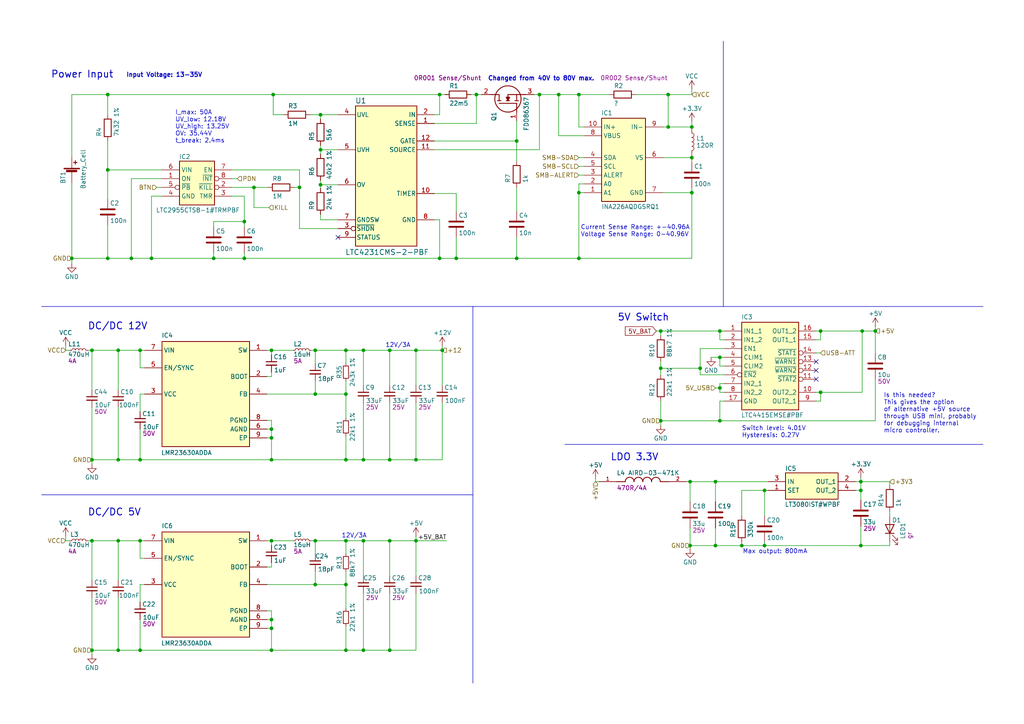
<source format=kicad_sch>
(kicad_sch (version 20230121) (generator eeschema)
  (paper "A4")
  (lib_symbols
    (symbol "+5V_1" (power) (pin_names (offset 0))
      (property "Value" "+5V_1" (at 0 3.556 0))
      (symbol "+5V_1_1_1"
        (pin power_in line (at 0 0 90) (length 0) hide (name "+5V") (number "1"))
      )
    )
    (symbol "AIRD-03-471K:AIRD-03-471K" (pin_names (offset 1.016))
      (property "Reference" "L" (at -10.16 7.62 0))
      (property "Value" "AIRD-03-471K" (at -10.16 5.08 0))
      (symbol "AIRD-03-471K_0_0"
        (pin passive line (at -12.7 0 0) (length 5.08) (name "~") (number "1"))
        (pin passive line (at 12.7 0 180) (length 5.08) (name "~") (number "2"))
      )
    )
    (symbol "Device:Battery_Cell" (pin_numbers hide) (pin_names (offset 0) hide)
      (property "Reference" "BT" (at 2.54 2.54 0))
      (property "Value" "Battery_Cell" (at 2.54 0 0))
      (symbol "Battery_Cell_1_1"
        (pin passive line (at 0 5.08 270) (length 2.54) (name "+") (number "1"))
        (pin passive line (at 0 -2.54 90) (length 2.54) (name "-") (number "2"))
      )
    )
    (symbol "Device:C" (pin_numbers hide) (pin_names (offset 0.254))
      (property "Reference" "C" (at 0.635 2.54 0))
      (property "Value" "C" (at 0.635 -2.54 0))
      (symbol "C_1_1"
        (pin passive line (at 0 3.81 270) (length 2.794) (name "~") (number "1"))
        (pin passive line (at 0 -3.81 90) (length 2.794) (name "~") (number "2"))
      )
    )
    (symbol "Device:C_Small" (pin_numbers hide) (pin_names (offset 0.254) hide)
      (property "Reference" "C" (at 0.254 1.778 0))
      (property "Value" "C_Small" (at 0.254 -2.032 0))
      (symbol "C_Small_1_1"
        (pin passive line (at 0 2.54 270) (length 2.032) (name "~") (number "1"))
        (pin passive line (at 0 -2.54 90) (length 2.032) (name "~") (number "2"))
      )
    )
    (symbol "Device:L" (pin_numbers hide) (pin_names (offset 1.016) hide)
      (property "Reference" "L" (at -1.27 0 90))
      (property "Value" "L" (at 1.905 0 90))
      (symbol "L_1_1"
        (pin passive line (at 0 3.81 270) (length 1.27) (name "1") (number "1"))
        (pin passive line (at 0 -3.81 90) (length 1.27) (name "2") (number "2"))
      )
    )
    (symbol "Device:LED" (pin_numbers hide) (pin_names (offset 1.016) hide)
      (property "Reference" "D" (at 0 2.54 0))
      (property "Value" "LED" (at 0 -2.54 0))
      (symbol "LED_1_1"
        (pin passive line (at -3.81 0 0) (length 2.54) (name "K") (number "1"))
        (pin passive line (at 3.81 0 180) (length 2.54) (name "A") (number "2"))
      )
    )
    (symbol "Device:L_Small" (pin_numbers hide) (pin_names (offset 0.254) hide)
      (property "Reference" "L" (at 0.762 1.016 0))
      (property "Value" "L_Small" (at 0.762 -1.016 0))
      (symbol "L_Small_1_1"
        (pin passive line (at 0 2.54 270) (length 0.508) (name "~") (number "1"))
        (pin passive line (at 0 -2.54 90) (length 0.508) (name "~") (number "2"))
      )
    )
    (symbol "Device:R" (pin_numbers hide) (pin_names (offset 0))
      (property "Reference" "R" (at 2.032 0 90))
      (property "Value" "R" (at 0 0 90))
      (symbol "R_1_1"
        (pin passive line (at 0 3.81 270) (length 1.27) (name "~") (number "1"))
        (pin passive line (at 0 -3.81 90) (length 1.27) (name "~") (number "2"))
      )
    )
    (symbol "Device:R_Small" (pin_numbers hide) (pin_names (offset 0.254) hide)
      (property "Reference" "R" (at 0.762 0.508 0))
      (property "Value" "R_Small" (at 0.762 -1.016 0))
      (symbol "R_Small_1_1"
        (pin passive line (at 0 2.54 270) (length 0.762) (name "~") (number "1"))
        (pin passive line (at 0 -2.54 90) (length 0.762) (name "~") (number "2"))
      )
    )
    (symbol "FDD86367:FDD86367" (pin_names hide)
      (property "Value" "FDD86367" (at 0 0 0))
      (property "Reference_1" "Q" (at 11.43 3.81 0))
      (property "Value_1" "FDD86367" (at 11.43 1.27 0))
      (symbol "FDD86367_1_1"
        (pin passive line (at 0 0 0) (length 2.54) (name "G") (number "1"))
        (pin passive line (at 7.62 10.16 270) (length 2.54) (name "D") (number "2"))
        (pin passive line (at 7.62 -5.08 90) (length 2.54) (name "S") (number "3"))
      )
    )
    (symbol "INA226AQDGSRQ1:INA226AQDGSRQ1"
      (property "Reference" "?" (at 11.43 12.192 0))
      (property "Value" "INA226AQDGSRQ1" (at 11.43 9.652 0))
      (property "Reference_1" "IC" (at 11.43 7.112 0))
      (property "Value_1" "INA226AQDGSRQ1" (at 11.43 4.572 0))
      (symbol "INA226AQDGSRQ1_1_1"
        (pin passive line (at 0 -19.05 0) (length 5.08) (name "A1") (number "1"))
        (pin passive line (at 0 0 0) (length 5.08) (name "IN+") (number "10"))
        (pin passive line (at 0 -16.51 0) (length 5.08) (name "A0") (number "2"))
        (pin passive line (at 0 -13.97 0) (length 5.08) (name "ALERT") (number "3"))
        (pin passive line (at 0 -8.89 0) (length 5.08) (name "SDA") (number "4"))
        (pin passive line (at 0 -11.43 0) (length 5.08) (name "SCL") (number "5"))
        (pin passive line (at 22.86 -8.89 180) (length 5.08) (name "VS") (number "6"))
        (pin passive line (at 22.86 -19.05 180) (length 5.08) (name "GND") (number "7"))
        (pin passive line (at 0 -2.54 0) (length 5.08) (name "VBUS") (number "8"))
        (pin passive line (at 22.86 0 180) (length 5.08) (name "IN-") (number "9"))
      )
    )
    (symbol "LMR23630ADDA:LMR23630ADDA"
      (property "Reference" "?" (at 17.78 12.446 0))
      (property "Value" "LMR23630ADDA" (at 17.78 9.906 0))
      (property "Reference_1" "IC" (at 17.78 7.366 0))
      (property "Value_1" "LMR23630ADDA" (at 17.78 4.826 0))
      (symbol "LMR23630ADDA_1_1"
        (pin passive line (at 35.56 0 180) (length 5.08) (name "SW") (number "1"))
        (pin passive line (at 35.56 -7.62 180) (length 5.08) (name "BOOT") (number "2"))
        (pin passive line (at 0 -12.7 0) (length 5.08) (name "VCC") (number "3"))
        (pin passive line (at 35.56 -12.7 180) (length 5.08) (name "FB") (number "4"))
        (pin passive line (at 0 -5.08 0) (length 5.08) (name "EN/SYNC") (number "5"))
        (pin passive line (at 35.56 -22.86 180) (length 5.08) (name "AGND") (number "6"))
        (pin passive line (at 0 0 0) (length 5.08) (name "VIN") (number "7"))
        (pin passive line (at 35.56 -20.32 180) (length 5.08) (name "PGND") (number "8"))
        (pin passive line (at 35.56 -25.4 180) (length 5.08) (name "EP") (number "9"))
      )
    )
    (symbol "LT3080IST#WPBF:LT3080IST#WPBF"
      (property "Reference" "?" (at 12.7 12.954 0))
      (property "Value" "LT3080IST#WPBF" (at 12.7 10.414 0))
      (property "Reference_1" "IC" (at 12.7 7.62 0))
      (property "Value_1" "LT3080IST#WPBF" (at 12.7 5.334 0))
      (symbol "LT3080IST#WPBF_1_1"
        (pin passive line (at 0 -2.54 0) (length 5.08) (name "SET") (number "1"))
        (pin passive line (at 25.4 0 180) (length 5.08) (name "OUT_1") (number "2"))
        (pin passive line (at 0 0 0) (length 5.08) (name "IN") (number "3"))
        (pin passive line (at 25.4 -2.54 180) (length 5.08) (name "OUT_2") (number "4"))
      )
    )
    (symbol "LTC2955CTS8-1#TRMPBF:LTC2955CTS8-1#TRMPBF"
      (property "Reference" "IC?" (at 6.604 3.81 0))
      (property "Value" "LTC2955CTS8-1#TRMPBF" (at 10.414 -11.684 0))
      (symbol "LTC2955CTS8-1#TRMPBF_1_1"
        (pin passive line (at 0 -2.54 0) (length 5.08) (name "ON") (number "1"))
        (pin passive inverted (at 20.32 -5.08 180) (length 5.08) (name "~{KILL}") (number "2"))
        (pin passive line (at 20.32 -7.62 180) (length 5.08) (name "TMR") (number "3"))
        (pin power_in line (at 0 -7.62 0) (length 5.08) (name "GND") (number "4"))
        (pin passive inverted (at 0 -5.08 0) (length 5.08) (name "~{PB}") (number "5"))
        (pin input line (at 0 0 0) (length 5.08) (name "VIN") (number "6"))
        (pin passive line (at 20.32 0 180) (length 5.08) (name "EN") (number "7"))
        (pin input inverted (at 20.32 -2.54 180) (length 5.08) (name "~{INT}") (number "8"))
      )
    )
    (symbol "LTC4231CMS-2#PBF:LTC4231CMS-2-PBF" (pin_names (offset 0.254))
      (property "Reference" "U?" (at 9.144 4.064 0))
      (property "Value" "LTC4231CMS-2-PBF" (at 16.764 -39.878 0))
      (symbol "LTC4231CMS-2-PBF_0_1"
        (pin input line (at 30.48 -2.54 180) (length 5.08) (name "SENSE") (number "1"))
        (pin input line (at 30.48 -22.86 180) (length 5.08) (name "TIMER") (number "10"))
        (pin unspecified line (at 30.48 -10.16 180) (length 5.08) (name "SOURCE") (number "11"))
        (pin unspecified line (at 30.48 -7.62 180) (length 5.08) (name "GATE") (number "12"))
        (pin input line (at 30.48 0 180) (length 5.08) (name "IN") (number "2"))
        (pin input inverted (at 2.54 -33.02 0) (length 5.08) (name "~{SHDN}") (number "3"))
        (pin input line (at 2.54 0 0) (length 5.08) (name "UVL") (number "4"))
        (pin input line (at 2.54 -10.16 0) (length 5.08) (name "UVH") (number "5"))
        (pin input line (at 2.54 -20.32 0) (length 5.08) (name "OV") (number "6"))
        (pin power_in line (at 2.54 -30.48 0) (length 5.08) (name "GNDSW") (number "7"))
        (pin power_in line (at 30.48 -30.48 180) (length 5.08) (name "GND") (number "8"))
        (pin output line (at 2.54 -35.56 0) (length 5.08) (name "STATUS") (number "9"))
      )
    )
    (symbol "LTC4415EMSE#PBF:LTC4415EMSE#PBF"
      (property "Reference" "IC?" (at 6.604 4.064 0))
      (property "Value" "LTC4415EMSE#PBF" (at 13.97 -24.384 0))
      (symbol "LTC4415EMSE#PBF_1_1"
        (pin passive line (at 0 0 0) (length 5.08) (name "IN1_1") (number "1"))
        (pin passive line (at 26.67 -17.78 180) (length 5.08) (name "OUT2_2") (number "10"))
        (pin passive inverted (at 26.67 -13.97 180) (length 5.08) (name "~{STAT2}") (number "11"))
        (pin passive inverted (at 26.67 -11.43 180) (length 5.08) (name "~{WARN2}") (number "12"))
        (pin passive inverted (at 26.67 -8.89 180) (length 5.08) (name "~{WARN1}") (number "13"))
        (pin passive inverted (at 26.67 -6.35 180) (length 5.08) (name "~{STAT1}") (number "14"))
        (pin passive line (at 26.67 -2.54 180) (length 5.08) (name "OUT1_1") (number "15"))
        (pin passive line (at 26.67 0 180) (length 5.08) (name "OUT1_2") (number "16"))
        (pin passive line (at 0 -20.32 0) (length 5.08) (name "GND") (number "17"))
        (pin passive line (at 0 -2.54 0) (length 5.08) (name "IN1_2") (number "2"))
        (pin passive line (at 0 -5.08 0) (length 5.08) (name "EN1") (number "3"))
        (pin passive line (at 0 -7.62 0) (length 5.08) (name "CLIM1") (number "4"))
        (pin passive line (at 0 -10.16 0) (length 5.08) (name "CLIM2") (number "5"))
        (pin passive inverted (at 0 -12.7 0) (length 5.08) (name "~{EN2}") (number "6"))
        (pin passive line (at 0 -15.24 0) (length 5.08) (name "IN2_1") (number "7"))
        (pin passive line (at 0 -17.78 0) (length 5.08) (name "IN2_2") (number "8"))
        (pin passive line (at 26.67 -20.32 180) (length 5.08) (name "OUT2_1") (number "9"))
      )
    )
    (symbol "power:+12V" (power) (pin_names (offset 0))
      (property "Value" "+12V" (at 0 3.556 0))
      (symbol "+12V_1_1"
        (pin power_in line (at 0 0 90) (length 0) hide (name "+12V") (number "1"))
      )
    )
    (symbol "power:+3.3V" (power) (pin_names (offset 0))
      (property "Value" "+3.3V" (at 0 3.556 0))
      (symbol "+3.3V_1_1"
        (pin power_in line (at 0 0 90) (length 0) hide (name "+3.3V") (number "1"))
      )
    )
    (symbol "power:+5V" (power) (pin_names (offset 0))
      (property "Value" "+5V" (at 0 3.556 0))
      (symbol "+5V_1_1"
        (pin power_in line (at 0 0 90) (length 0) hide (name "+5V") (number "1"))
      )
    )
    (symbol "power:GND" (power) (pin_names (offset 0))
      (property "Value" "GND" (at 0 -3.81 0))
      (symbol "GND_1_1"
        (pin power_in line (at 0 0 270) (length 0) hide (name "GND") (number "1"))
      )
    )
    (symbol "power:VCC" (power) (pin_names (offset 0))
      (property "Value" "VCC" (at 0 3.81 0))
      (symbol "VCC_1_1"
        (pin power_in line (at 0 0 90) (length 0) hide (name "VCC") (number "1"))
      )
    )
  )
  (junction (at 78.74 133.35))
  (junction (at 120.65 101.6))
  (junction (at 61.976 74.93))
  (junction (at 34.29 188.595))
  (junction (at 31.242 27.432))
  (junction (at 249.682 142.24))
  (junction (at 78.74 124.46))
  (junction (at 167.894 74.93))
  (junction (at 105.41 188.595))
  (junction (at 92.964 33.274))
  (junction (at 149.86 74.93))
  (junction (at 127.508 27.432))
  (junction (at 70.866 74.93))
  (junction (at 26.67 156.845))
  (junction (at 92.964 53.594))
  (junction (at 249.682 158.242))
  (junction (at 40.64 156.845))
  (junction (at 191.643 106.807))
  (junction (at 40.64 188.595))
  (junction (at 100.33 114.3))
  (junction (at 34.29 156.845))
  (junction (at 100.33 101.6))
  (junction (at 86.868 54.356))
  (junction (at 34.29 101.6))
  (junction (at 73.66 54.356))
  (junction (at 249.682 139.7))
  (junction (at 113.03 101.6))
  (junction (at 113.03 188.595))
  (junction (at 208.788 112.522))
  (junction (at 208.788 122.047))
  (junction (at 215.138 158.242))
  (junction (at 40.64 133.35))
  (junction (at 208.788 103.632))
  (junction (at 200.66 36.83))
  (junction (at 105.41 156.845))
  (junction (at 237.998 96.012))
  (junction (at 250.063 96.012))
  (junction (at 91.44 114.3))
  (junction (at 78.74 188.595))
  (junction (at 78.74 179.705))
  (junction (at 91.44 156.845))
  (junction (at 79.248 27.432))
  (junction (at 43.942 74.93))
  (junction (at 200.152 158.242))
  (junction (at 221.742 142.24))
  (junction (at 127.508 74.93))
  (junction (at 100.33 169.545))
  (junction (at 162.052 27.432))
  (junction (at 105.41 101.6))
  (junction (at 105.41 133.35))
  (junction (at 78.74 156.845))
  (junction (at 237.998 113.792))
  (junction (at 120.65 156.845))
  (junction (at 26.67 188.595))
  (junction (at 208.788 96.012))
  (junction (at 138.176 27.432))
  (junction (at 207.518 139.7))
  (junction (at 191.643 122.047))
  (junction (at 191.643 96.012))
  (junction (at 100.33 188.595))
  (junction (at 132.334 74.93))
  (junction (at 100.33 133.35))
  (junction (at 26.67 133.35))
  (junction (at 149.86 40.894))
  (junction (at 34.29 133.35))
  (junction (at 113.03 156.845))
  (junction (at 78.74 182.245))
  (junction (at 31.242 74.93))
  (junction (at 113.03 133.35))
  (junction (at 193.802 36.83))
  (junction (at 207.518 158.242))
  (junction (at 193.802 27.432))
  (junction (at 78.74 127))
  (junction (at 100.33 156.845))
  (junction (at 221.742 158.242))
  (junction (at 91.44 169.545))
  (junction (at 253.873 96.012))
  (junction (at 92.964 43.434))
  (junction (at 200.66 45.72))
  (junction (at 120.65 133.35))
  (junction (at 26.67 101.6))
  (junction (at 31.242 49.276))
  (junction (at 156.464 27.432))
  (junction (at 167.894 55.88))
  (junction (at 200.152 139.7))
  (junction (at 128.27 101.6))
  (junction (at 20.828 74.93))
  (junction (at 200.66 55.88))
  (junction (at 91.44 101.6))
  (junction (at 70.866 64.262))
  (junction (at 78.74 101.6))
  (junction (at 167.894 27.432))
  (junction (at 203.073 106.807))
  (junction (at 38.1 74.93))
  (junction (at 40.64 101.6))
  (no_connect (at 236.728 109.982))
  (no_connect (at 236.728 104.902))
  (no_connect (at 236.728 107.442))
  (no_connect (at 98.044 68.834))
  (wire (pts (xy 26.67 188.595) (xy 34.29 188.595)))
  (wire (pts (xy 191.643 122.047) (xy 208.788 122.047)))
  (wire (pts (xy 26.67 188.595) (xy 26.67 189.865)))
  (wire (pts (xy 78.74 156.845) (xy 85.09 156.845)))
  (wire (pts (xy 98.044 33.274) (xy 92.964 33.274)))
  (wire (pts (xy 26.67 118.11) (xy 26.67 133.35)))
  (wire (pts (xy 113.03 116.84) (xy 113.03 133.35)))
  (wire (pts (xy 90.17 101.6) (xy 91.44 101.6)))
  (wire (pts (xy 127.508 27.432) (xy 129.032 27.432)))
  (wire (pts (xy 91.44 110.49) (xy 91.44 114.3)))
  (wire (pts (xy 19.05 101.6) (xy 20.32 101.6)))
  (wire (pts (xy 31.242 49.276) (xy 46.99 49.276)))
  (wire (pts (xy 20.828 76.454) (xy 20.828 74.93)))
  (wire (pts (xy 105.41 101.6) (xy 100.33 101.6)))
  (wire (pts (xy 40.64 169.545) (xy 40.64 174.625)))
  (wire (pts (xy 67.31 51.816) (xy 68.834 51.816)))
  (wire (pts (xy 43.942 74.93) (xy 43.942 56.896)))
  (wire (pts (xy 26.67 156.845) (xy 26.67 168.275)))
  (wire (pts (xy 40.64 101.6) (xy 34.29 101.6)))
  (wire (pts (xy 38.1 74.93) (xy 43.942 74.93)))
  (wire (pts (xy 207.518 112.522) (xy 208.788 112.522)))
  (wire (pts (xy 105.41 133.35) (xy 100.33 133.35)))
  (polyline (pts (xy 12.065 143.51) (xy 137.16 143.51)))
  (wire (pts (xy 34.29 133.35) (xy 40.64 133.35)))
  (wire (pts (xy 207.518 158.242) (xy 215.138 158.242)))
  (wire (pts (xy 89.916 33.274) (xy 92.964 33.274)))
  (wire (pts (xy 92.964 53.594) (xy 98.044 53.594)))
  (wire (pts (xy 77.47 177.165) (xy 78.74 177.165)))
  (wire (pts (xy 253.873 109.982) (xy 253.873 122.047)))
  (wire (pts (xy 253.873 94.742) (xy 253.873 96.012)))
  (wire (pts (xy 200.66 25.908) (xy 200.66 27.432)))
  (wire (pts (xy 19.05 100.33) (xy 19.05 101.6)))
  (wire (pts (xy 167.894 55.88) (xy 167.894 74.93)))
  (wire (pts (xy 113.03 101.6) (xy 105.41 101.6)))
  (wire (pts (xy 40.64 106.68) (xy 40.64 101.6)))
  (wire (pts (xy 132.334 68.834) (xy 132.334 74.93)))
  (wire (pts (xy 138.176 35.814) (xy 125.984 35.814)))
  (wire (pts (xy 61.976 65.786) (xy 61.976 64.262)))
  (wire (pts (xy 167.894 53.34) (xy 167.894 55.88)))
  (wire (pts (xy 92.964 43.434) (xy 92.964 44.704)))
  (wire (pts (xy 105.41 116.84) (xy 105.41 133.35)))
  (wire (pts (xy 127.508 27.432) (xy 127.508 33.274)))
  (wire (pts (xy 167.894 74.93) (xy 149.86 74.93)))
  (wire (pts (xy 208.788 96.012) (xy 210.058 96.012)))
  (wire (pts (xy 210.058 103.632) (xy 208.788 103.632)))
  (wire (pts (xy 200.66 35.306) (xy 200.66 36.83)))
  (wire (pts (xy 237.998 96.012) (xy 250.063 96.012)))
  (wire (pts (xy 237.998 116.332) (xy 237.998 113.792)))
  (wire (pts (xy 258.064 158.242) (xy 258.064 157.226)))
  (polyline (pts (xy 12.065 88.9) (xy 285.115 88.9)))
  (wire (pts (xy 31.242 65.278) (xy 31.242 74.93)))
  (wire (pts (xy 236.728 98.552) (xy 237.998 98.552)))
  (wire (pts (xy 70.866 56.896) (xy 70.866 64.262)))
  (wire (pts (xy 120.65 101.6) (xy 120.65 111.76)))
  (wire (pts (xy 200.152 158.242) (xy 207.518 158.242)))
  (wire (pts (xy 91.44 101.6) (xy 91.44 105.41)))
  (wire (pts (xy 70.866 74.93) (xy 61.976 74.93)))
  (wire (pts (xy 61.976 74.93) (xy 61.976 73.406)))
  (wire (pts (xy 25.4 156.845) (xy 26.67 156.845)))
  (wire (pts (xy 120.65 156.845) (xy 129.54 156.845)))
  (wire (pts (xy 138.176 27.432) (xy 138.176 35.814)))
  (wire (pts (xy 31.242 49.276) (xy 31.242 40.894)))
  (wire (pts (xy 100.33 165.735) (xy 100.33 169.545)))
  (wire (pts (xy 113.03 133.35) (xy 105.41 133.35)))
  (wire (pts (xy 77.47 169.545) (xy 91.44 169.545)))
  (wire (pts (xy 70.866 64.262) (xy 70.866 65.786)))
  (wire (pts (xy 200.152 139.7) (xy 207.518 139.7)))
  (wire (pts (xy 92.964 53.594) (xy 92.964 54.61)))
  (wire (pts (xy 248.158 142.24) (xy 249.682 142.24)))
  (wire (pts (xy 191.643 122.047) (xy 191.643 123.317)))
  (wire (pts (xy 200.152 139.7) (xy 200.152 145.542)))
  (wire (pts (xy 208.788 113.792) (xy 210.058 113.792)))
  (wire (pts (xy 193.802 27.432) (xy 184.404 27.432)))
  (wire (pts (xy 77.47 114.3) (xy 91.44 114.3)))
  (wire (pts (xy 258.064 140.716) (xy 258.064 139.7)))
  (wire (pts (xy 167.894 45.72) (xy 169.418 45.72)))
  (wire (pts (xy 149.86 54.356) (xy 149.86 61.214)))
  (wire (pts (xy 77.978 60.198) (xy 73.66 60.198)))
  (wire (pts (xy 26.67 101.6) (xy 34.29 101.6)))
  (wire (pts (xy 100.33 114.3) (xy 100.33 121.285)))
  (wire (pts (xy 162.052 27.432) (xy 156.464 27.432)))
  (wire (pts (xy 191.643 96.012) (xy 208.788 96.012)))
  (wire (pts (xy 120.65 172.085) (xy 120.65 188.595)))
  (wire (pts (xy 78.74 177.165) (xy 78.74 179.705)))
  (wire (pts (xy 77.47 121.92) (xy 78.74 121.92)))
  (wire (pts (xy 237.998 96.012) (xy 236.728 96.012)))
  (wire (pts (xy 78.74 107.95) (xy 78.74 109.22)))
  (wire (pts (xy 167.894 36.83) (xy 167.894 27.432)))
  (wire (pts (xy 253.873 102.362) (xy 253.873 96.012)))
  (wire (pts (xy 61.976 74.93) (xy 43.942 74.93)))
  (wire (pts (xy 20.828 27.432) (xy 20.828 45.466)))
  (wire (pts (xy 132.334 56.134) (xy 125.984 56.134)))
  (wire (pts (xy 19.05 155.575) (xy 19.05 156.845)))
  (wire (pts (xy 78.74 101.6) (xy 85.09 101.6)))
  (wire (pts (xy 78.74 156.845) (xy 78.74 158.115)))
  (wire (pts (xy 193.802 27.432) (xy 200.66 27.432)))
  (wire (pts (xy 210.058 116.332) (xy 208.788 116.332)))
  (wire (pts (xy 128.27 101.6) (xy 120.65 101.6)))
  (wire (pts (xy 128.27 116.84) (xy 128.27 133.35)))
  (wire (pts (xy 73.66 60.198) (xy 73.66 54.356)))
  (wire (pts (xy 208.788 106.172) (xy 210.058 106.172)))
  (wire (pts (xy 40.64 169.545) (xy 41.91 169.545)))
  (wire (pts (xy 46.99 51.816) (xy 38.1 51.816)))
  (wire (pts (xy 113.03 156.845) (xy 120.65 156.845)))
  (wire (pts (xy 215.138 142.24) (xy 215.138 149.606)))
  (wire (pts (xy 249.682 158.242) (xy 258.064 158.242)))
  (wire (pts (xy 249.682 142.24) (xy 249.682 145.034)))
  (polyline (pts (xy 163.83 128.905) (xy 285.115 128.905)))
  (wire (pts (xy 200.66 36.83) (xy 200.66 37.338)))
  (wire (pts (xy 78.74 101.6) (xy 78.74 102.87)))
  (wire (pts (xy 167.894 50.8) (xy 169.418 50.8)))
  (wire (pts (xy 34.29 101.6) (xy 34.29 113.03)))
  (wire (pts (xy 149.86 35.052) (xy 149.86 40.894)))
  (wire (pts (xy 85.344 54.356) (xy 86.868 54.356)))
  (wire (pts (xy 100.33 156.845) (xy 100.33 160.655)))
  (wire (pts (xy 43.942 56.896) (xy 46.99 56.896)))
  (wire (pts (xy 167.894 48.26) (xy 169.418 48.26)))
  (wire (pts (xy 191.643 116.332) (xy 191.643 122.047)))
  (wire (pts (xy 40.64 106.68) (xy 41.91 106.68)))
  (wire (pts (xy 77.47 101.6) (xy 78.74 101.6)))
  (wire (pts (xy 172.72 138.684) (xy 172.72 139.7)))
  (wire (pts (xy 91.44 156.845) (xy 100.33 156.845)))
  (wire (pts (xy 258.064 148.336) (xy 258.064 149.606)))
  (wire (pts (xy 34.29 173.355) (xy 34.29 188.595)))
  (wire (pts (xy 70.866 74.93) (xy 70.866 73.406)))
  (wire (pts (xy 79.248 27.432) (xy 127.508 27.432)))
  (wire (pts (xy 248.158 139.7) (xy 249.682 139.7)))
  (wire (pts (xy 149.86 40.894) (xy 125.984 40.894)))
  (wire (pts (xy 92.964 42.164) (xy 92.964 43.434)))
  (wire (pts (xy 86.868 49.276) (xy 86.868 54.356)))
  (wire (pts (xy 82.296 33.274) (xy 79.248 33.274)))
  (wire (pts (xy 200.152 153.162) (xy 200.152 158.242)))
  (wire (pts (xy 237.998 113.792) (xy 250.063 113.792)))
  (wire (pts (xy 167.894 27.432) (xy 162.052 27.432)))
  (wire (pts (xy 210.058 108.712) (xy 203.073 108.712)))
  (wire (pts (xy 156.464 43.434) (xy 125.984 43.434)))
  (wire (pts (xy 40.64 161.925) (xy 41.91 161.925)))
  (wire (pts (xy 208.788 116.332) (xy 208.788 122.047)))
  (wire (pts (xy 34.29 156.845) (xy 34.29 168.275)))
  (wire (pts (xy 78.74 179.705) (xy 78.74 182.245)))
  (wire (pts (xy 167.894 55.88) (xy 169.418 55.88)))
  (wire (pts (xy 167.894 27.432) (xy 176.784 27.432)))
  (wire (pts (xy 128.27 111.76) (xy 128.27 101.6)))
  (wire (pts (xy 221.742 142.24) (xy 222.758 142.24)))
  (wire (pts (xy 90.17 156.845) (xy 91.44 156.845)))
  (wire (pts (xy 200.66 45.72) (xy 200.66 46.99)))
  (wire (pts (xy 26.67 133.35) (xy 26.67 134.62)))
  (wire (pts (xy 236.728 102.362) (xy 237.998 102.362)))
  (wire (pts (xy 100.33 110.49) (xy 100.33 114.3)))
  (wire (pts (xy 78.74 133.35) (xy 100.33 133.35)))
  (wire (pts (xy 200.66 55.88) (xy 200.66 74.93)))
  (wire (pts (xy 132.334 74.93) (xy 149.86 74.93)))
  (wire (pts (xy 70.866 74.93) (xy 127.508 74.93)))
  (wire (pts (xy 86.868 66.294) (xy 86.868 54.356)))
  (wire (pts (xy 138.176 27.432) (xy 139.7 27.432)))
  (wire (pts (xy 77.47 179.705) (xy 78.74 179.705)))
  (wire (pts (xy 125.984 33.274) (xy 127.508 33.274)))
  (wire (pts (xy 215.138 142.24) (xy 221.742 142.24)))
  (wire (pts (xy 19.05 156.845) (xy 20.32 156.845)))
  (wire (pts (xy 26.67 101.6) (xy 26.67 113.03)))
  (wire (pts (xy 120.65 133.35) (xy 113.03 133.35)))
  (wire (pts (xy 221.742 158.242) (xy 221.742 157.226)))
  (wire (pts (xy 79.248 33.274) (xy 79.248 27.432)))
  (wire (pts (xy 200.152 159.258) (xy 200.152 158.242)))
  (wire (pts (xy 113.03 172.085) (xy 113.03 188.595)))
  (wire (pts (xy 40.64 179.705) (xy 40.64 188.595)))
  (wire (pts (xy 167.894 53.34) (xy 169.418 53.34)))
  (wire (pts (xy 45.466 54.356) (xy 46.99 54.356)))
  (wire (pts (xy 26.67 156.845) (xy 34.29 156.845)))
  (wire (pts (xy 215.138 158.242) (xy 221.742 158.242)))
  (wire (pts (xy 249.682 139.7) (xy 249.682 138.43)))
  (wire (pts (xy 113.03 188.595) (xy 105.41 188.595)))
  (wire (pts (xy 105.41 101.6) (xy 105.41 111.76)))
  (wire (pts (xy 78.74 127) (xy 78.74 133.35)))
  (wire (pts (xy 31.242 74.93) (xy 38.1 74.93)))
  (wire (pts (xy 208.788 98.552) (xy 208.788 96.012)))
  (wire (pts (xy 92.964 52.324) (xy 92.964 53.594)))
  (wire (pts (xy 113.03 156.845) (xy 113.03 167.005)))
  (wire (pts (xy 210.058 98.552) (xy 208.788 98.552)))
  (wire (pts (xy 78.74 124.46) (xy 78.74 127)))
  (wire (pts (xy 78.74 121.92) (xy 78.74 124.46)))
  (wire (pts (xy 169.418 39.37) (xy 162.052 39.37)))
  (wire (pts (xy 67.31 56.896) (xy 70.866 56.896)))
  (wire (pts (xy 207.518 139.7) (xy 207.518 145.542)))
  (wire (pts (xy 120.65 155.575) (xy 120.65 156.845)))
  (wire (pts (xy 192.278 45.72) (xy 200.66 45.72)))
  (wire (pts (xy 191.643 104.902) (xy 191.643 106.807)))
  (wire (pts (xy 208.788 112.522) (xy 208.788 113.792)))
  (polyline (pts (xy 209.804 11.938) (xy 209.804 88.9)))
  (wire (pts (xy 40.64 124.46) (xy 40.64 133.35)))
  (wire (pts (xy 40.64 156.845) (xy 41.91 156.845)))
  (wire (pts (xy 207.518 139.7) (xy 222.758 139.7)))
  (wire (pts (xy 253.873 122.047) (xy 208.788 122.047)))
  (wire (pts (xy 105.41 156.845) (xy 105.41 167.005)))
  (wire (pts (xy 191.643 96.012) (xy 191.643 97.282)))
  (wire (pts (xy 237.998 98.552) (xy 237.998 96.012)))
  (wire (pts (xy 250.063 113.792) (xy 250.063 96.012)))
  (wire (pts (xy 77.47 127) (xy 78.74 127)))
  (wire (pts (xy 77.47 156.845) (xy 78.74 156.845)))
  (wire (pts (xy 127.508 74.93) (xy 132.334 74.93)))
  (wire (pts (xy 92.964 43.434) (xy 98.044 43.434)))
  (wire (pts (xy 203.073 108.712) (xy 203.073 106.807)))
  (wire (pts (xy 31.242 27.432) (xy 79.248 27.432)))
  (wire (pts (xy 203.073 101.092) (xy 203.073 106.807)))
  (wire (pts (xy 31.242 57.658) (xy 31.242 49.276)))
  (wire (pts (xy 40.64 161.925) (xy 40.64 156.845)))
  (wire (pts (xy 154.94 27.432) (xy 156.464 27.432)))
  (wire (pts (xy 40.64 133.35) (xy 78.74 133.35)))
  (wire (pts (xy 208.788 103.632) (xy 208.788 106.172)))
  (wire (pts (xy 40.64 114.3) (xy 40.64 119.38)))
  (wire (pts (xy 191.643 106.807) (xy 203.073 106.807)))
  (wire (pts (xy 40.64 114.3) (xy 41.91 114.3)))
  (wire (pts (xy 127.508 63.754) (xy 127.508 74.93)))
  (wire (pts (xy 237.998 113.792) (xy 236.728 113.792)))
  (wire (pts (xy 91.44 169.545) (xy 100.33 169.545)))
  (wire (pts (xy 92.964 62.23) (xy 92.964 63.754)))
  (wire (pts (xy 120.65 116.84) (xy 120.65 133.35)))
  (wire (pts (xy 253.873 96.012) (xy 250.063 96.012)))
  (wire (pts (xy 221.742 158.242) (xy 249.682 158.242)))
  (wire (pts (xy 78.74 182.245) (xy 78.74 188.595)))
  (wire (pts (xy 149.86 68.834) (xy 149.86 74.93)))
  (wire (pts (xy 208.788 111.252) (xy 208.788 112.522)))
  (wire (pts (xy 67.31 49.276) (xy 86.868 49.276)))
  (wire (pts (xy 61.976 64.262) (xy 70.866 64.262)))
  (wire (pts (xy 20.828 53.086) (xy 20.828 74.93)))
  (wire (pts (xy 67.31 54.356) (xy 73.66 54.356)))
  (wire (pts (xy 199.136 139.7) (xy 200.152 139.7)))
  (wire (pts (xy 91.44 156.845) (xy 91.44 160.655)))
  (wire (pts (xy 193.802 36.83) (xy 200.66 36.83)))
  (wire (pts (xy 78.74 163.195) (xy 78.74 164.465)))
  (wire (pts (xy 207.518 153.162) (xy 207.518 158.242)))
  (wire (pts (xy 40.64 188.595) (xy 78.74 188.595)))
  (wire (pts (xy 113.03 156.845) (xy 105.41 156.845)))
  (wire (pts (xy 128.27 133.35) (xy 120.65 133.35)))
  (wire (pts (xy 208.788 103.632) (xy 206.248 103.632)))
  (wire (pts (xy 40.64 101.6) (xy 41.91 101.6)))
  (wire (pts (xy 78.74 188.595) (xy 100.33 188.595)))
  (wire (pts (xy 190.373 96.012) (xy 191.643 96.012)))
  (wire (pts (xy 191.643 106.807) (xy 191.643 108.712)))
  (wire (pts (xy 40.64 156.845) (xy 34.29 156.845)))
  (wire (pts (xy 100.33 126.365) (xy 100.33 133.35)))
  (wire (pts (xy 149.86 40.894) (xy 149.86 46.736)))
  (wire (pts (xy 203.073 101.092) (xy 210.058 101.092)))
  (wire (pts (xy 167.894 36.83) (xy 169.418 36.83)))
  (wire (pts (xy 20.828 74.93) (xy 31.242 74.93)))
  (wire (pts (xy 249.682 152.654) (xy 249.682 158.242)))
  (wire (pts (xy 77.47 109.22) (xy 78.74 109.22)))
  (wire (pts (xy 91.44 101.6) (xy 100.33 101.6)))
  (wire (pts (xy 26.67 133.35) (xy 34.29 133.35)))
  (wire (pts (xy 193.802 36.83) (xy 193.802 27.432)))
  (wire (pts (xy 128.27 100.33) (xy 128.27 101.6)))
  (wire (pts (xy 34.29 118.11) (xy 34.29 133.35)))
  (wire (pts (xy 192.278 55.88) (xy 200.66 55.88)))
  (wire (pts (xy 77.47 124.46) (xy 78.74 124.46)))
  (wire (pts (xy 73.66 54.356) (xy 77.724 54.356)))
  (wire (pts (xy 156.464 27.432) (xy 156.464 43.434)))
  (wire (pts (xy 210.058 111.252) (xy 208.788 111.252)))
  (wire (pts (xy 221.742 142.24) (xy 221.742 149.606)))
  (wire (pts (xy 98.044 66.294) (xy 86.868 66.294)))
  (wire (pts (xy 100.33 181.61) (xy 100.33 188.595)))
  (wire (pts (xy 113.03 101.6) (xy 113.03 111.76)))
  (wire (pts (xy 92.964 33.274) (xy 92.964 34.544)))
  (wire (pts (xy 92.964 63.754) (xy 98.044 63.754)))
  (wire (pts (xy 77.47 164.465) (xy 78.74 164.465)))
  (wire (pts (xy 100.33 101.6) (xy 100.33 105.41)))
  (wire (pts (xy 113.03 188.595) (xy 120.65 188.595)))
  (wire (pts (xy 120.65 167.005) (xy 120.65 156.845)))
  (wire (pts (xy 38.1 51.816) (xy 38.1 74.93)))
  (wire (pts (xy 125.984 63.754) (xy 127.508 63.754)))
  (polyline (pts (xy 137.16 88.9) (xy 137.16 198.12)))
  (wire (pts (xy 215.138 158.242) (xy 215.138 157.226)))
  (wire (pts (xy 105.41 172.085) (xy 105.41 188.595)))
  (wire (pts (xy 31.242 27.432) (xy 31.242 33.274)))
  (wire (pts (xy 249.682 142.24) (xy 249.682 139.7)))
  (wire (pts (xy 192.278 36.83) (xy 193.802 36.83)))
  (wire (pts (xy 167.894 74.93) (xy 200.66 74.93)))
  (wire (pts (xy 200.66 44.958) (xy 200.66 45.72)))
  (wire (pts (xy 91.44 114.3) (xy 100.33 114.3)))
  (wire (pts (xy 77.47 182.245) (xy 78.74 182.245)))
  (wire (pts (xy 173.736 139.7) (xy 172.72 139.7)))
  (wire (pts (xy 26.67 173.355) (xy 26.67 188.595)))
  (wire (pts (xy 120.65 101.6) (xy 113.03 101.6)))
  (wire (pts (xy 236.728 116.332) (xy 237.998 116.332)))
  (wire (pts (xy 100.33 169.545) (xy 100.33 176.53)))
  (wire (pts (xy 136.652 27.432) (xy 138.176 27.432)))
  (wire (pts (xy 105.41 188.595) (xy 100.33 188.595)))
  (wire (pts (xy 34.29 188.595) (xy 40.64 188.595)))
  (wire (pts (xy 25.4 101.6) (xy 26.67 101.6)))
  (wire (pts (xy 105.41 156.845) (xy 100.33 156.845)))
  (wire (pts (xy 91.44 165.735) (xy 91.44 169.545)))
  (wire (pts (xy 258.064 139.7) (xy 249.682 139.7)))
  (wire (pts (xy 132.334 61.214) (xy 132.334 56.134)))
  (wire (pts (xy 162.052 39.37) (xy 162.052 27.432)))
  (wire (pts (xy 200.66 54.61) (xy 200.66 55.88)))
  (wire (pts (xy 20.828 27.432) (xy 31.242 27.432)))
  (text "DC/DC 12V" (at 25.4 95.885 0) (effects (font (size 2 2) (thickness 0.254) bold) (justify left bottom)))
  (text "DC/DC 5V" (at 25.4 149.86 0) (effects (font (size 2 2) (thickness 0.254) bold) (justify left bottom)))
  (text "I_max: 50A\nUV_low: 12.18V\nUV_high: 13.25V\nOV: 35.44V\nt_break: 2.4ms" (at 50.8 41.656 0) (effects (font (size 1.27 1.27)) (justify left bottom)))
  (text "Is this needed?\nThis gives the option \nof alternative +5V source\nthrough USB mini, probably \nfor debugging internal\nmicro controller." (at 256.286 125.73 0) (effects (font (size 1.27 1.27)) (justify left bottom)))
  (text "Input Voltage: 13-35V" (at 36.576 22.606 0) (effects (font (size 1.27 1.27) (thickness 0.254) bold) (justify left bottom)))
  (text "12V/3A" (at 99.06 156.21 0) (effects (font (size 1.27 1.27)) (justify left bottom)))
  (text "Current Sense Range: +-40.96A\nVoltage Sense Range: 0-40.96V" (at 168.402 68.834 0) (effects (font (size 1.27 1.27)) (justify left bottom)))
  (text "12V/3A" (at 111.76 100.965 0) (effects (font (size 1.27 1.27)) (justify left bottom)))
  (text "Power Input" (at 14.732 22.86 0) (effects (font (size 2 2) (thickness 0.254) bold) (justify left bottom)))
  (text "5V Switch" (at 179.07 93.345 0) (effects (font (size 2 2) (thickness 0.254) bold) (justify left bottom)))
  (text "Max output: 800mA" (at 215.392 160.782 0) (effects (font (size 1.27 1.27)) (justify left bottom)))
  (text "Changed from 40V to 80V max." (at 141.478 23.622 0) (effects (font (size 1.27 1.27) bold) (justify left bottom)))
  (text "LDO 3.3V\n" (at 177.038 133.858 0) (effects (font (size 2 2) (thickness 0.254) bold) (justify left bottom)))
  (text "Switch level: 4.01V\nHysteresis: 0.27V" (at 215.138 127.127 0) (effects (font (size 1.27 1.27)) (justify left bottom)))
  (label "+5V_BAT" (at 129.54 156.845 180))
  (global_label "5V_BAT" (shape input) (at 190.373 96.012 180) (property "Intersheetrefs" "${INTERSHEET_REFS}" (effects hide)))
  (hierarchical_label "+5V" (shape input) (at 253.873 96.012 0))
  (hierarchical_label "GND" (shape input) (at 26.67 133.35 180))
  (hierarchical_label "VCC" (shape input) (at 200.66 27.432 0))
  (hierarchical_label "GND" (shape input) (at 20.828 74.93 180))
  (hierarchical_label "+3V3" (shape input) (at 258.064 139.7 0))
  (hierarchical_label "GND" (shape input) (at 26.67 188.595 180))
  (hierarchical_label "SMB-SDA" (shape input) (at 167.894 45.72 180))
  (hierarchical_label "KILL" (shape input) (at 77.978 60.198 0))
  (hierarchical_label "PDN" (shape input) (at 68.834 51.816 0))
  (hierarchical_label "BTN" (shape input) (at 45.466 54.356 180))
  (hierarchical_label "SMB-SCL" (shape input) (at 167.894 48.26 180))
  (hierarchical_label "+12" (shape input) (at 128.27 101.6 0))
  (hierarchical_label "SMB-ALERT" (shape input) (at 167.894 50.8 180))
  (hierarchical_label "GND" (shape input) (at 200.152 158.242 180))
  (hierarchical_label "GND" (shape input) (at 191.643 122.047 180))
  (hierarchical_label "VCC" (shape input) (at 19.05 101.6 180))
  (hierarchical_label "USB-ATT" (shape input) (at 237.998 102.362 0))
  (hierarchical_label "5V_USB" (shape input) (at 207.518 112.522 180))
  (hierarchical_label "+5V" (shape input) (at 172.72 139.7 270))
  (hierarchical_label "VCC" (shape input) (at 19.05 156.845 180))
  (symbol (lib_id "Device:C_Small") (at 40.64 121.92 0) (unit 1)
    (property "Reference" "C11" (at 43.18 120.015 0))
    (property "Value" "10uF" (at 43.815 123.825 0))
    (property "Voltage" "50V" (at 43.18 125.73 0))
  )
  (symbol (lib_id "Device:R_Small") (at 100.33 163.195 0) (unit 1)
    (property "Reference" "R13" (at 98.425 163.195 90))
    (property "Value" "88k7 1%" (at 102.235 163.195 90))
  )
  (symbol (lib_id "AIRD-03-471K:AIRD-03-471K") (at 186.436 139.7 0) (unit 1)
    (property "Reference" "L4" (at 180.086 137.16 0))
    (property "Value" "AIRD-03-471K" (at 189.611 137.16 0))
    (property "Footprint" "AIRD-03-471K:INDRD2200W220D2800H2100" (effects hide))
    (property "MF" "Abracon" (effects hide))
    (property "MAXIMUM_PACKAGE_HEIGHT" "21.0 mm" (effects hide))
    (property "Package" "Radial Abracon" (effects hide))
    (property "Price" "None" (effects hide))
    (property "Check_prices" "https://www.snapeda.com/parts/AIRD-03-471K/Abracon/view-part/?ref=eda" (effects hide))
    (property "STANDARD" "IPC-7351B" (effects hide))
    (property "PARTREV" "07.31.12" (effects hide))
    (property "SnapEDA_Link" "https://www.snapeda.com/parts/AIRD-03-471K/Abracon/view-part/?ref=snap" (effects hide))
    (property "MP" "AIRD-03-471K" (effects hide))
    (property "Purchase-URL" "https://www.snapeda.com/api/url_track_click_mouser/?unipart_id=1538508&manufacturer=Abracon&part_name=AIRD-03-471K&search_term= aird-03-471k" (effects hide))
    (property "Description" "470R/4A" (at 183.261 142.24 0) (effects (justify bottom)))
    (property "Availability" "In Stock" (effects hide))
    (property "MANUFACTURER" "Abracon" (effects hide))
  )
  (symbol (lib_id "Device:L_Small") (at 22.86 156.845 90) (unit 1)
    (property "Reference" "L3" (at 21.59 154.305 90) (effects (justify bottom)))
    (property "Value" "470uH" (at 22.86 158.75 90) (effects (justify top)))
    (property "Current" "4A" (at 20.955 160.655 90) (effects (justify top)))
  )
  (symbol (lib_id "Device:C_Small") (at 26.67 170.815 0) (unit 1)
    (property "Reference" "C15" (at 29.21 168.91 0))
    (property "Value" "10uF" (at 29.845 172.72 0))
    (property "Voltage" "50V" (at 29.21 174.625 0))
  )
  (symbol (lib_id "FDD86367:FDD86367") (at 149.86 35.052 90) (unit 1)
    (property "Reference" "Q1" (at 143.256 33.782 0))
    (property "Value" "FDD86367" (at 152.654 33.02 0))
    (property "Reference_1" "Q" (effects hide))
    (property "Value_1" "FDD86367" (effects hide))
    (property "Footprint_1" "FDD86367" (effects hide))
    (property "Datasheet_1" "https://componentsearchengine.com/Datasheets/1/FDD86367.pdf" (effects hide))
    (property "Height" "2.39" (effects hide))
    (property "Mouser Part Number" "512-FDD86367" (effects hide))
    (property "Mouser Price/Stock" "https://www.mouser.co.uk/ProductDetail/onsemi-Fairchild/FDD86367?qs=V471yVjZJ9tffQuqBJnQ5g%3D%3D" (effects hide))
    (property "Manufacturer_Name" "onsemi" (effects hide))
    (property "Manufacturer_Part_Number" "FDD86367" (effects hide))
  )
  (symbol (lib_id "Device:C") (at 70.866 69.596 0) (unit 1)
    (property "Reference" "C6" (at 71.501 67.056 0) (effects (justify left)))
    (property "Value" "100n" (at 71.501 72.1359 0) (effects (justify left)))
  )
  (symbol (lib_id "LMR23630ADDA:LMR23630ADDA") (at 41.91 156.845 0) (unit 1)
    (property "Reference" "IC6" (at 48.514 152.527 0))
    (property "Value" "LMR23630ADDA" (at 54.102 186.563 0))
    (property "Reference_1" "IC" (effects hide))
    (property "Value_1" "LMR23630ADDA" (effects hide))
    (property "Footprint_1" "SOIC127P600X170-9N" (effects hide))
    (property "Datasheet_1" "http://www.ti.com/lit/gpn/LMR23630" (effects hide))
    (property "Height" "1.7" (effects hide))
    (property "Mouser Part Number" "595-LMR23630ADDA" (effects hide))
    (property "Mouser Price/Stock" "https://www.mouser.co.uk/ProductDetail/Texas-Instruments/LMR23630ADDA?qs=8%2FmU9qzJpL9oORP%252BF4DNxw%3D%3D" (effects hide))
    (property "Manufacturer_Name" "Texas Instruments" (effects hide))
    (property "Manufacturer_Part_Number" "LMR23630ADDA" (effects hide))
  )
  (symbol (lib_id "Device:C_Small") (at 91.44 107.95 0) (unit 1)
    (property "Reference" "C7" (at 93.345 106.045 0))
    (property "Value" "18pF" (at 94.615 109.855 0))
  )
  (symbol (lib_id "INA226AQDGSRQ1:INA226AQDGSRQ1") (at 169.418 36.83 0) (unit 1)
    (property "Reference" "IC1" (at 176.022 32.766 0))
    (property "Value" "INA226AQDGSRQ1" (at 182.88 59.944 0))
    (property "Reference_1" "IC" (effects hide))
    (property "Value_1" "INA226AQDGSRQ1" (effects hide))
    (property "Footprint_1" "SOP50P490X110-10N" (effects hide))
    (property "Datasheet_1" "http://www.ti.com/lit/gpn/ina226-q1" (effects hide))
    (property "Height" "1.1" (effects hide))
    (property "Mouser Part Number" "595-INA226AQDGSRQ1" (effects hide))
    (property "Mouser Price/Stock" "https://www.mouser.co.uk/ProductDetail/Texas-Instruments/INA226AQDGSRQ1?qs=uNh9J9Y3wTf1B1%2FBFFp7SA%3D%3D" (effects hide))
    (property "Manufacturer_Name" "Texas Instruments" (effects hide))
    (property "Manufacturer_Part_Number" "INA226AQDGSRQ1" (effects hide))
  )
  (symbol (lib_id "power:+3.3V") (at 200.66 35.306 0) (unit 1)
    (property "Reference" "#PWR0116" (effects hide))
    (property "Value" "+3.3V" (at 200.66 31.496 0))
  )
  (symbol (lib_id "power:+3.3V") (at 249.682 138.43 0) (unit 1)
    (property "Reference" "#PWR0118" (effects hide))
    (property "Value" "+3.3V" (at 249.682 134.62 0))
  )
  (symbol (lib_id "power:+5V") (at 253.873 94.742 0) (unit 1)
    (property "Reference" "#PWR0115" (effects hide))
    (property "Value" "+5V" (at 253.873 90.932 0))
  )
  (symbol (lib_id "Device:C_Small") (at 78.74 105.41 0) (unit 1)
    (property "Reference" "C16" (at 81.28 103.505 0))
    (property "Value" "1uF" (at 81.28 107.315 0))
  )
  (symbol (lib_id "Device:C_Small") (at 120.65 114.3 0) (unit 1)
    (property "Reference" "C13" (at 123.19 112.395 0))
    (property "Value" "33uF" (at 123.825 116.205 0))
    (property "Voltage" "25V" (at 123.19 118.11 0))
  )
  (symbol (lib_id "Device:R") (at 149.86 50.546 0) (unit 1)
    (property "Reference" "R7" (at 147.32 53.086 90) (effects (justify left)))
    (property "Value" "1k" (at 152.4 53.086 90) (effects (justify left)))
  )
  (symbol (lib_id "Device:Battery_Cell") (at 20.828 50.546 0) (unit 1)
    (property "Reference" "BT1" (at 18.288 53.34 90) (effects (justify left)))
    (property "Value" "Battery_Cell" (at 24.13 54.864 90) (effects (justify left)))
  )
  (symbol (lib_id "Device:C") (at 200.152 149.352 0) (unit 1)
    (property "Reference" "C18" (at 200.787 146.812 0) (effects (justify left)))
    (property "Value" "33u" (at 200.787 151.8919 0) (effects (justify left)))
    (property "Voltage" "25V" (at 202.692 153.797 0))
  )
  (symbol (lib_id "Device:R") (at 86.106 33.274 270) (unit 1)
    (property "Reference" "R3" (at 83.566 30.734 90) (effects (justify left)))
    (property "Value" "1M" (at 83.566 35.814 90) (effects (justify left)))
  )
  (symbol (lib_id "Device:C_Small") (at 113.03 114.3 0) (unit 1)
    (property "Reference" "C12" (at 115.57 112.395 0))
    (property "Value" "33uF" (at 116.205 116.205 0))
    (property "Voltage" "25V" (at 115.57 118.11 0))
  )
  (symbol (lib_id "Device:R") (at 191.643 112.522 0) (unit 1)
    (property "Reference" "R12" (at 189.103 115.062 90) (effects (justify left)))
    (property "Value" "22k1 1%" (at 194.183 115.062 90) (effects (justify left)))
  )
  (symbol (lib_id "Device:R") (at 191.643 101.092 0) (unit 1)
    (property "Reference" "R10" (at 189.103 103.632 90) (effects (justify left)))
    (property "Value" "88k7 1%" (at 194.183 103.632 90) (effects (justify left)))
  )
  (symbol (lib_id "Device:C_Small") (at 34.29 115.57 0) (unit 1)
    (property "Reference" "C10" (at 36.83 113.665 0))
    (property "Value" "100nF" (at 37.465 117.475 0))
  )
  (symbol (lib_id "Device:R") (at 81.534 54.356 270) (unit 1)
    (property "Reference" "R8" (at 78.994 51.816 90) (effects (justify left)))
    (property "Value" "1M" (at 78.994 56.896 90) (effects (justify left)))
  )
  (symbol (lib_id "power:GND") (at 200.152 159.258 0) (unit 1)
    (property "Reference" "#PWR0114" (effects hide))
    (property "Value" "GND" (at 200.152 163.068 0))
  )
  (symbol (lib_id "power:+12V") (at 128.27 100.33 0) (unit 1)
    (property "Reference" "#PWR08" (effects hide))
    (property "Value" "+12V" (at 128.27 96.52 0))
  )
  (symbol (lib_id "Device:C") (at 207.518 149.352 0) (unit 1)
    (property "Reference" "C19" (at 208.153 146.812 0) (effects (justify left)))
    (property "Value" "100n" (at 208.153 151.8919 0) (effects (justify left)))
  )
  (symbol (lib_id "Device:L") (at 200.66 41.148 0) (unit 1)
    (property "Reference" "L1" (at 201.93 40.132 0) (effects (justify left)))
    (property "Value" "120R" (at 201.93 42.164 0) (effects (justify left)))
  )
  (symbol (lib_id "LTC4231CMS-2#PBF:LTC4231CMS-2-PBF") (at 95.504 33.274 0) (unit 1)
    (property "Reference" "U1" (at 104.648 29.21 0) (effects (font (size 1.524 1.524))))
    (property "Value" "LTC4231CMS-2-PBF" (at 112.268 73.152 0) (effects (font (size 1.524 1.524))))
    (property "Footprint" "MSOP-12_MS_LIT" (effects hide))
    (property "Datasheet" "LTC4231CMS-2-PBF" (effects hide))
  )
  (symbol (lib_id "LTC4415EMSE#PBF:LTC4415EMSE#PBF") (at 210.058 96.012 0) (unit 1)
    (property "Reference" "IC3" (at 216.662 91.948 0))
    (property "Value" "LTC4415EMSE#PBF" (at 224.028 120.396 0))
    (property "Reference_1" "IC" (effects hide))
    (property "Value_1" "LTC4415EMSE#PBF" (effects hide))
    (property "Footprint_1" "SOP50P490X110-17N" (effects hide))
    (property "Datasheet_1" "http://www.linear.com/docs/40584" (effects hide))
    (property "Height" "1.1" (effects hide))
    (property "Mouser Part Number" "584-LTC4415EMSE#PBF" (effects hide))
    (property "Mouser Price/Stock" "https://www.mouser.co.uk/ProductDetail/Analog-Devices/LTC4415EMSEPBF?qs=hVkxg5c3xu9t6JEcG3eEOw%3D%3D" (effects hide))
    (property "Manufacturer_Name" "Analog Devices" (effects hide))
    (property "Manufacturer_Part_Number" "LTC4415EMSE#PBF" (effects hide))
  )
  (symbol (lib_id "Device:C_Small") (at 34.29 170.815 0) (unit 1)
    (property "Reference" "C21" (at 36.83 168.91 0))
    (property "Value" "100nF" (at 37.465 172.72 0))
  )
  (symbol (lib_id "power:GND") (at 20.828 76.454 0) (unit 1)
    (property "Reference" "#PWR0113" (effects hide))
    (property "Value" "GND" (at 20.828 80.264 0))
  )
  (symbol (lib_id "Device:C_Small") (at 78.74 160.655 0) (unit 1)
    (property "Reference" "C23" (at 81.28 158.75 0))
    (property "Value" "1uF" (at 81.28 162.56 0))
  )
  (symbol (lib_id "Device:C_Small") (at 128.27 114.3 0) (unit 1)
    (property "Reference" "C14" (at 130.81 112.395 0))
    (property "Value" "100nF" (at 132.08 116.205 0))
  )
  (symbol (lib_id "Device:C_Small") (at 26.67 115.57 0) (unit 1)
    (property "Reference" "C44" (at 29.21 113.665 0))
    (property "Value" "10uF" (at 29.845 117.475 0))
    (property "Voltage" "50V" (at 29.21 119.38 0))
  )
  (symbol (lib_id "Device:C") (at 200.66 50.8 0) (unit 1)
    (property "Reference" "C1" (at 201.295 48.26 0) (effects (justify left)))
    (property "Value" "100n" (at 201.295 53.3399 0) (effects (justify left)))
  )
  (symbol (lib_id "power:+5V") (at 172.72 138.684 0) (unit 1)
    (property "Reference" "#PWR0111" (effects hide))
    (property "Value" "+5V" (at 172.72 134.874 0))
  )
  (symbol (lib_id "Device:C_Small") (at 40.64 177.165 0) (unit 1)
    (property "Reference" "C22" (at 43.18 175.26 0))
    (property "Value" "10uF" (at 43.815 179.07 0))
    (property "Voltage" "50V" (at 43.18 180.975 0))
  )
  (symbol (lib_id "Device:R_Small") (at 100.33 107.95 0) (unit 1)
    (property "Reference" "R35" (at 98.425 107.95 90))
    (property "Value" "243k 1%" (at 102.235 107.95 90))
  )
  (symbol (lib_id "Device:R_Small") (at 100.33 123.825 0) (unit 1)
    (property "Reference" "R11" (at 98.425 123.825 90))
    (property "Value" "22k1 1%" (at 102.235 123.825 90))
  )
  (symbol (lib_id "Device:C_Small") (at 120.65 169.545 0) (unit 1)
    (property "Reference" "C28" (at 123.19 167.64 0))
    (property "Value" "100nF" (at 124.46 171.45 0))
  )
  (symbol (lib_id "Device:L_Small") (at 87.63 101.6 90) (unit 1)
    (property "Reference" "L2" (at 86.36 99.06 90) (effects (justify bottom)))
    (property "Value" "16uH" (at 87.63 103.505 90) (effects (justify top)))
    (property "Current" "5A" (at 86.36 105.41 90) (effects (justify top)))
  )
  (symbol (lib_id "power:VCC") (at 200.66 25.908 0) (unit 1)
    (property "Reference" "#PWR0117" (effects hide))
    (property "Value" "VCC" (at 200.66 22.098 0))
  )
  (symbol (lib_id "LT3080IST#WPBF:LT3080IST#WPBF") (at 222.758 139.7 0) (unit 1)
    (property "Reference" "IC5" (at 229.362 135.89 0))
    (property "Value" "LT3080IST#WPBF" (at 235.712 146.304 0))
    (property "Reference_1" "IC" (effects hide))
    (property "Value_1" "LT3080IST#WPBF" (effects hide))
    (property "Footprint_1" "SOT230P700X180-4N" (effects hide))
    (property "Datasheet_1" "https://www.mouser.de/datasheet/2/609/lt3080-1888655.pdf" (effects hide))
    (property "Height" "1.8" (effects hide))
    (property "Mouser Part Number" "584-LT3080IST#WPBF" (effects hide))
    (property "Mouser Price/Stock" "https://www.mouser.co.uk/ProductDetail/Analog-Devices/LT3080ISTWPBF?qs=W%2FMpXkg%252BdQ7vFuMWXDd%2FAg%3D%3D" (effects hide))
    (property "Manufacturer_Name" "Analog Devices" (effects hide))
    (property "Manufacturer_Part_Number" "LT3080IST#WPBF" (effects hide))
  )
  (symbol (lib_id "Device:C") (at 61.976 69.596 0) (unit 1)
    (property "Reference" "C5" (at 62.611 67.056 0) (effects (justify left)))
    (property "Value" "100n" (at 62.611 72.1359 0) (effects (justify left)))
  )
  (symbol (lib_id "Device:R") (at 92.964 38.354 0) (unit 1)
    (property "Reference" "R5" (at 90.424 40.894 90) (effects (justify left)))
    (property "Value" "5k6" (at 95.504 40.894 90) (effects (justify left)))
  )
  (symbol (lib_id "Device:R") (at 92.964 48.514 0) (unit 1)
    (property "Reference" "R6" (at 90.424 51.054 90) (effects (justify left)))
    (property "Value" "40k2 1%" (at 95.504 52.07 90) (effects (justify left)))
  )
  (symbol (lib_id "power:GND") (at 191.643 123.317 0) (unit 1)
    (property "Reference" "#PWR0112" (effects hide))
    (property "Value" "GND" (at 191.643 127.127 0))
  )
  (symbol (lib_id "power:VCC") (at 19.05 155.575 0) (unit 1)
    (property "Reference" "#PWR09" (effects hide))
    (property "Value" "VCC" (at 19.05 151.765 0))
  )
  (symbol (lib_id "power:GND") (at 26.67 134.62 0) (unit 1)
    (property "Reference" "#PWR0109" (effects hide))
    (property "Value" "GND" (at 26.67 138.43 0))
  )
  (symbol (lib_id "Device:LED") (at 258.064 153.416 90) (unit 1)
    (property "Reference" "D1" (at 258.699 150.876 90) (effects (justify right)))
    (property "Value" "LED1" (at 261.874 151.511 0) (effects (justify right)))
    (property "Color" "gr" (at 263.779 155.321 0))
  )
  (symbol (lib_id "LMR23630ADDA:LMR23630ADDA") (at 41.91 101.6 0) (unit 1)
    (property "Reference" "IC4" (at 48.514 97.282 0))
    (property "Value" "LMR23630ADDA" (at 54.102 131.318 0))
    (property "Reference_1" "IC" (effects hide))
    (property "Value_1" "LMR23630ADDA" (effects hide))
    (property "Footprint_1" "SOIC127P600X170-9N" (effects hide))
    (property "Datasheet_1" "http://www.ti.com/lit/gpn/LMR23630" (effects hide))
    (property "Height" "1.7" (effects hide))
    (property "Mouser Part Number" "595-LMR23630ADDA" (effects hide))
    (property "Mouser Price/Stock" "https://www.mouser.co.uk/ProductDetail/Texas-Instruments/LMR23630ADDA?qs=8%2FmU9qzJpL9oORP%252BF4DNxw%3D%3D" (effects hide))
    (property "Manufacturer_Name" "Texas Instruments" (effects hide))
    (property "Manufacturer_Part_Number" "LMR23630ADDA" (effects hide))
  )
  (symbol (lib_id "Device:R") (at 180.594 27.432 270) (unit 1)
    (property "Reference" "R2" (at 178.054 24.892 90) (effects (justify left)))
    (property "Value" "?" (at 178.054 29.972 90) (effects (justify left)))
    (property "Note" "0R002 Sense/Shunt" (at 183.896 22.606 90))
  )
  (symbol (lib_id "Device:C") (at 249.682 148.844 0) (unit 1)
    (property "Reference" "C17" (at 250.317 146.304 0) (effects (justify left)))
    (property "Value" "33u" (at 250.317 151.3839 0) (effects (justify left)))
    (property "Voltage" "25V" (at 252.222 153.289 0))
  )
  (symbol (lib_id "power:VCC") (at 19.05 100.33 0) (unit 1)
    (property "Reference" "#PWR0110" (effects hide))
    (property "Value" "VCC" (at 19.05 96.52 0))
  )
  (symbol (lib_id "Device:R") (at 258.064 144.526 0) (unit 1)
    (property "Reference" "R14" (at 255.524 147.066 90) (effects (justify left)))
    (property "Value" "1k" (at 260.604 147.066 90) (effects (justify left)))
  )
  (symbol (lib_id "Device:C") (at 221.742 153.416 0) (unit 1)
    (property "Reference" "C20" (at 222.377 150.876 0) (effects (justify left)))
    (property "Value" "100n" (at 222.377 155.9559 0) (effects (justify left)))
  )
  (symbol (lib_id "Device:R") (at 132.842 27.432 270) (unit 1)
    (property "Reference" "R1" (at 130.302 24.892 90) (effects (justify left)))
    (property "Value" "22m5" (at 130.302 29.972 90) (effects (justify left)))
    (property "Note" "0R001 Sense/Shunt" (at 129.794 22.606 90))
  )
  (symbol (lib_id "Device:C_Small") (at 105.41 169.545 0) (unit 1)
    (property "Reference" "C25" (at 107.315 167.64 0))
    (property "Value" "33uF" (at 108.585 171.45 0))
    (property "Voltage" "25V" (at 107.95 173.355 0))
  )
  (symbol (lib_id "Device:C") (at 31.242 61.468 0) (unit 1)
    (property "Reference" "C2" (at 31.877 58.928 0) (effects (justify left)))
    (property "Value" "100n" (at 31.877 64.0079 0) (effects (justify left)))
  )
  (symbol (lib_id "power:GND") (at 206.248 103.632 0) (unit 1)
    (property "Reference" "#PWR0119" (effects hide))
    (property "Value" "GND" (at 206.248 107.442 0))
  )
  (symbol (lib_id "Device:C") (at 132.334 65.024 0) (unit 1)
    (property "Reference" "C3" (at 132.969 62.484 0) (effects (justify left)))
    (property "Value" "100n" (at 132.969 67.5639 0) (effects (justify left)))
  )
  (symbol (lib_name "+5V_1") (lib_id "power:+5V") (at 120.65 155.575 0) (unit 1)
    (property "Reference" "#PWR011" (effects hide))
    (property "Value" "+5V" (at 120.65 151.765 0))
  )
  (symbol (lib_id "LTC2955CTS8-1#TRMPBF:LTC2955CTS8-1#TRMPBF") (at 46.99 49.276 0) (unit 1)
    (property "Reference" "IC2" (at 53.594 45.466 0))
    (property "Value" "LTC2955CTS8-1#TRMPBF" (at 57.404 60.96 0))
    (property "Reference_1" "IC" (effects hide))
    (property "Value_1" "LTC2955CTS8-1#TRMPBF" (effects hide))
    (property "Footprint_1" "SOT65P280X100-8N" (effects hide))
    (property "Datasheet_1" "https://datasheet.datasheetarchive.com/originals/distributors/Datasheets-SFU1/DSASFU10008450.pdf" (effects hide))
    (property "Height" "1" (effects hide))
    (property "Mouser Part Number" "584-C2955CTS8-1TMPF" (effects hide))
    (property "Mouser Price/Stock" "https://www.mouser.co.uk/ProductDetail/Analog-Devices/LTC2955CTS8-1TRMPBF?qs=hVkxg5c3xu%252B6Fq1Ir3bkGg%3D%3D" (effects hide))
    (property "Manufacturer_Name" "Analog Devices" (effects hide))
    (property "Manufacturer_Part_Number" "LTC2955CTS8-1#TRMPBF" (effects hide))
  )
  (symbol (lib_id "Device:R") (at 215.138 153.416 0) (unit 1)
    (property "Reference" "R15" (at 212.598 155.956 90) (effects (justify left)))
    (property "Value" "330k" (at 217.678 155.956 90) (effects (justify left)))
  )
  (symbol (lib_id "Device:C") (at 253.873 106.172 0) (unit 1)
    (property "Reference" "C8" (at 254.508 103.632 0) (effects (justify left)))
    (property "Value" "10u" (at 254.508 108.7119 0) (effects (justify left)))
    (property "Voltage" "50V" (at 256.413 110.617 0))
  )
  (symbol (lib_id "Device:L_Small") (at 22.86 101.6 90) (unit 1)
    (property "Reference" "L11" (at 21.59 99.06 90) (effects (justify bottom)))
    (property "Value" "470uH" (at 22.86 103.505 90) (effects (justify top)))
    (property "Current" "4A" (at 20.955 105.41 90) (effects (justify top)))
  )
  (symbol (lib_id "Device:R_Small") (at 100.33 179.07 0) (unit 1)
    (property "Reference" "R16" (at 98.425 179.07 90))
    (property "Value" "22k1 1%" (at 102.235 179.07 90))
  )
  (symbol (lib_id "Device:L_Small") (at 87.63 156.845 90) (unit 1)
    (property "Reference" "L5" (at 86.36 154.305 90) (effects (justify bottom)))
    (property "Value" "16uH" (at 87.63 158.75 90) (effects (justify top)))
    (property "Current" "5A" (at 86.36 160.655 90) (effects (justify top)))
  )
  (symbol (lib_id "Device:C_Small") (at 113.03 169.545 0) (unit 1)
    (property "Reference" "C26" (at 115.57 167.64 0))
    (property "Value" "33uF" (at 116.205 171.45 0))
    (property "Voltage" "25V" (at 115.57 173.355 0))
  )
  (symbol (lib_id "Device:R") (at 31.242 37.084 0) (unit 1)
    (property "Reference" "R4" (at 28.702 39.624 90) (effects (justify left)))
    (property "Value" "7k32 1%" (at 33.782 39.624 90) (effects (justify left)))
  )
  (symbol (lib_id "Device:C_Small") (at 105.41 114.3 0) (unit 1)
    (property "Reference" "C9" (at 107.315 112.395 0))
    (property "Value" "33uF" (at 108.585 116.205 0))
    (property "Voltage" "25V" (at 107.95 118.11 0))
  )
  (symbol (lib_id "Device:C") (at 149.86 65.024 0) (unit 1)
    (property "Reference" "C4" (at 150.495 62.484 0) (effects (justify left)))
    (property "Value" "10n" (at 150.495 67.5639 0) (effects (justify left)))
  )
  (symbol (lib_id "power:GND") (at 26.67 189.865 0) (unit 1)
    (property "Reference" "#PWR010" (effects hide))
    (property "Value" "GND" (at 26.67 193.675 0))
  )
  (symbol (lib_id "Device:R") (at 92.964 58.42 0) (unit 1)
    (property "Reference" "R9" (at 90.424 60.96 90) (effects (justify left)))
    (property "Value" "24k 1%" (at 95.504 60.96 90) (effects (justify left)))
  )
  (symbol (lib_id "Device:C_Small") (at 91.44 163.195 0) (unit 1)
    (property "Reference" "C24" (at 93.345 161.29 0))
    (property "Value" "18pF" (at 94.615 165.1 0))
  )
)
</source>
